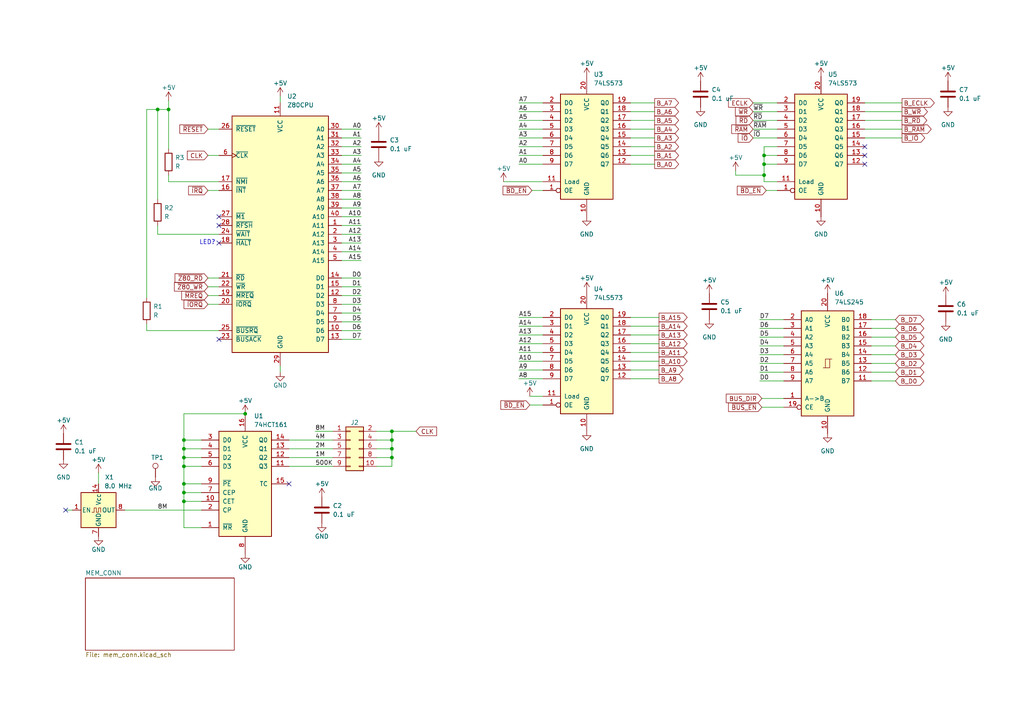
<source format=kicad_sch>
(kicad_sch (version 20211123) (generator eeschema)
  (paper "A4")
  (lib_symbols
    (symbol "74xx:74LS161" (pin_names (offset 1.016))
      (property "Reference" "U" (at -7.62 16.51 0))
      (property "Value" "74LS161" (at -7.62 -16.51 0))
      (symbol "74LS161_1_0"
        (pin input line (at -12.7 -12.7 0) (length 5.08) (name "~{MR}") (number "1"))
        (pin input line (at -12.7 -5.08 0) (length 5.08) (name "CET") (number "10"))
        (pin output line (at 12.7 5.08 180) (length 5.08) (name "Q3") (number "11"))
        (pin output line (at 12.7 7.62 180) (length 5.08) (name "Q2") (number "12"))
        (pin output line (at 12.7 10.16 180) (length 5.08) (name "Q1") (number "13"))
        (pin output line (at 12.7 12.7 180) (length 5.08) (name "Q0") (number "14"))
        (pin output line (at 12.7 0 180) (length 5.08) (name "TC") (number "15"))
        (pin power_in line (at 0 20.32 270) (length 5.08) (name "VCC") (number "16"))
        (pin input line (at -12.7 -7.62 0) (length 5.08) (name "CP") (number "2"))
        (pin input line (at -12.7 12.7 0) (length 5.08) (name "D0") (number "3"))
        (pin input line (at -12.7 10.16 0) (length 5.08) (name "D1") (number "4"))
        (pin input line (at -12.7 7.62 0) (length 5.08) (name "D2") (number "5"))
        (pin input line (at -12.7 5.08 0) (length 5.08) (name "D3") (number "6"))
        (pin input line (at -12.7 -2.54 0) (length 5.08) (name "CEP") (number "7"))
        (pin power_in line (at 0 -20.32 90) (length 5.08) (name "GND") (number "8"))
        (pin input line (at -12.7 0 0) (length 5.08) (name "~{PE}") (number "9"))
      )
      (symbol "74LS161_1_1"
        (rectangle (start -7.62 15.24) (end 7.62 -15.24) (stroke (width 0.254)) (fill (type background)))
      )
    )
    (symbol "74xx:74LS245" (pin_names (offset 1.016))
      (property "Reference" "U" (at -7.62 16.51 0))
      (property "Value" "74LS245" (at -7.62 -16.51 0))
      (symbol "74LS245_1_0"
        (polyline (pts (xy -0.635 -1.27) (xy -0.635 1.27) (xy 0.635 1.27)))
        (polyline (pts (xy -1.27 -1.27) (xy 0.635 -1.27) (xy 0.635 1.27) (xy 1.27 1.27)))
        (pin input line (at -12.7 -10.16 0) (length 5.08) (name "A->B") (number "1"))
        (pin power_in line (at 0 -20.32 90) (length 5.08) (name "GND") (number "10"))
        (pin tri_state line (at 12.7 -5.08 180) (length 5.08) (name "B7") (number "11"))
        (pin tri_state line (at 12.7 -2.54 180) (length 5.08) (name "B6") (number "12"))
        (pin tri_state line (at 12.7 0 180) (length 5.08) (name "B5") (number "13"))
        (pin tri_state line (at 12.7 2.54 180) (length 5.08) (name "B4") (number "14"))
        (pin tri_state line (at 12.7 5.08 180) (length 5.08) (name "B3") (number "15"))
        (pin tri_state line (at 12.7 7.62 180) (length 5.08) (name "B2") (number "16"))
        (pin tri_state line (at 12.7 10.16 180) (length 5.08) (name "B1") (number "17"))
        (pin tri_state line (at 12.7 12.7 180) (length 5.08) (name "B0") (number "18"))
        (pin input inverted (at -12.7 -12.7 0) (length 5.08) (name "CE") (number "19"))
        (pin tri_state line (at -12.7 12.7 0) (length 5.08) (name "A0") (number "2"))
        (pin power_in line (at 0 20.32 270) (length 5.08) (name "VCC") (number "20"))
        (pin tri_state line (at -12.7 10.16 0) (length 5.08) (name "A1") (number "3"))
        (pin tri_state line (at -12.7 7.62 0) (length 5.08) (name "A2") (number "4"))
        (pin tri_state line (at -12.7 5.08 0) (length 5.08) (name "A3") (number "5"))
        (pin tri_state line (at -12.7 2.54 0) (length 5.08) (name "A4") (number "6"))
        (pin tri_state line (at -12.7 0 0) (length 5.08) (name "A5") (number "7"))
        (pin tri_state line (at -12.7 -2.54 0) (length 5.08) (name "A6") (number "8"))
        (pin tri_state line (at -12.7 -5.08 0) (length 5.08) (name "A7") (number "9"))
      )
      (symbol "74LS245_1_1"
        (rectangle (start -7.62 15.24) (end 7.62 -15.24) (stroke (width 0.254)) (fill (type background)))
      )
    )
    (symbol "74xx:74LS573" (pin_names (offset 1.016))
      (property "Reference" "U" (at -7.62 16.51 0))
      (property "Value" "74LS573" (at -7.62 -16.51 0))
      (symbol "74LS573_1_0"
        (pin input inverted (at -12.7 -12.7 0) (length 5.08) (name "OE") (number "1"))
        (pin power_in line (at 0 -20.32 90) (length 5.08) (name "GND") (number "10"))
        (pin input line (at -12.7 -10.16 0) (length 5.08) (name "Load") (number "11"))
        (pin tri_state line (at 12.7 -5.08 180) (length 5.08) (name "Q7") (number "12"))
        (pin tri_state line (at 12.7 -2.54 180) (length 5.08) (name "Q6") (number "13"))
        (pin tri_state line (at 12.7 0 180) (length 5.08) (name "Q5") (number "14"))
        (pin tri_state line (at 12.7 2.54 180) (length 5.08) (name "Q4") (number "15"))
        (pin tri_state line (at 12.7 5.08 180) (length 5.08) (name "Q3") (number "16"))
        (pin tri_state line (at 12.7 7.62 180) (length 5.08) (name "Q2") (number "17"))
        (pin tri_state line (at 12.7 10.16 180) (length 5.08) (name "Q1") (number "18"))
        (pin tri_state line (at 12.7 12.7 180) (length 5.08) (name "Q0") (number "19"))
        (pin input line (at -12.7 12.7 0) (length 5.08) (name "D0") (number "2"))
        (pin power_in line (at 0 20.32 270) (length 5.08) (name "VCC") (number "20"))
        (pin input line (at -12.7 10.16 0) (length 5.08) (name "D1") (number "3"))
        (pin input line (at -12.7 7.62 0) (length 5.08) (name "D2") (number "4"))
        (pin input line (at -12.7 5.08 0) (length 5.08) (name "D3") (number "5"))
        (pin input line (at -12.7 2.54 0) (length 5.08) (name "D4") (number "6"))
        (pin input line (at -12.7 0 0) (length 5.08) (name "D5") (number "7"))
        (pin input line (at -12.7 -2.54 0) (length 5.08) (name "D6") (number "8"))
        (pin input line (at -12.7 -5.08 0) (length 5.08) (name "D7") (number "9"))
      )
      (symbol "74LS573_1_1"
        (rectangle (start -7.62 15.24) (end 7.62 -15.24) (stroke (width 0.254)) (fill (type background)))
      )
    )
    (symbol "CPU:Z80CPU" (pin_names (offset 1.016))
      (property "Reference" "U" (at -13.97 35.56 0))
      (property "Value" "Z80CPU" (at 6.35 35.56 0))
      (symbol "Z80CPU_0_1"
        (rectangle (start -13.97 34.29) (end 13.97 -34.29) (stroke (width 0.254)) (fill (type background)))
      )
      (symbol "Z80CPU_1_1"
        (pin output line (at 17.78 2.54 180) (length 3.81) (name "A11") (number "1"))
        (pin bidirectional line (at 17.78 -27.94 180) (length 3.81) (name "D6") (number "10"))
        (pin power_in line (at 0 38.1 270) (length 3.81) (name "VCC") (number "11"))
        (pin bidirectional line (at 17.78 -17.78 180) (length 3.81) (name "D2") (number "12"))
        (pin bidirectional line (at 17.78 -30.48 180) (length 3.81) (name "D7") (number "13"))
        (pin bidirectional line (at 17.78 -12.7 180) (length 3.81) (name "D0") (number "14"))
        (pin bidirectional line (at 17.78 -15.24 180) (length 3.81) (name "D1") (number "15"))
        (pin input line (at -17.78 12.7 0) (length 3.81) (name "~{INT}") (number "16"))
        (pin input line (at -17.78 15.24 0) (length 3.81) (name "~{NMI}") (number "17"))
        (pin output line (at -17.78 -2.54 0) (length 3.81) (name "~{HALT}") (number "18"))
        (pin output line (at -17.78 -17.78 0) (length 3.81) (name "~{MREQ}") (number "19"))
        (pin output line (at 17.78 0 180) (length 3.81) (name "A12") (number "2"))
        (pin output line (at -17.78 -20.32 0) (length 3.81) (name "~{IORQ}") (number "20"))
        (pin output line (at -17.78 -12.7 0) (length 3.81) (name "~{RD}") (number "21"))
        (pin output line (at -17.78 -15.24 0) (length 3.81) (name "~{WR}") (number "22"))
        (pin output line (at -17.78 -30.48 0) (length 3.81) (name "~{BUSACK}") (number "23"))
        (pin input line (at -17.78 0 0) (length 3.81) (name "~{WAIT}") (number "24"))
        (pin input line (at -17.78 -27.94 0) (length 3.81) (name "~{BUSRQ}") (number "25"))
        (pin input line (at -17.78 30.48 0) (length 3.81) (name "~{RESET}") (number "26"))
        (pin output line (at -17.78 5.08 0) (length 3.81) (name "~{M1}") (number "27"))
        (pin output line (at -17.78 2.54 0) (length 3.81) (name "~{RFSH}") (number "28"))
        (pin power_in line (at 0 -38.1 90) (length 3.81) (name "GND") (number "29"))
        (pin output line (at 17.78 -2.54 180) (length 3.81) (name "A13") (number "3"))
        (pin output line (at 17.78 30.48 180) (length 3.81) (name "A0") (number "30"))
        (pin output line (at 17.78 27.94 180) (length 3.81) (name "A1") (number "31"))
        (pin output line (at 17.78 25.4 180) (length 3.81) (name "A2") (number "32"))
        (pin output line (at 17.78 22.86 180) (length 3.81) (name "A3") (number "33"))
        (pin output line (at 17.78 20.32 180) (length 3.81) (name "A4") (number "34"))
        (pin output line (at 17.78 17.78 180) (length 3.81) (name "A5") (number "35"))
        (pin output line (at 17.78 15.24 180) (length 3.81) (name "A6") (number "36"))
        (pin output line (at 17.78 12.7 180) (length 3.81) (name "A7") (number "37"))
        (pin output line (at 17.78 10.16 180) (length 3.81) (name "A8") (number "38"))
        (pin output line (at 17.78 7.62 180) (length 3.81) (name "A9") (number "39"))
        (pin output line (at 17.78 -5.08 180) (length 3.81) (name "A14") (number "4"))
        (pin output line (at 17.78 5.08 180) (length 3.81) (name "A10") (number "40"))
        (pin output line (at 17.78 -7.62 180) (length 3.81) (name "A15") (number "5"))
        (pin input clock (at -17.78 22.86 0) (length 3.81) (name "~{CLK}") (number "6"))
        (pin bidirectional line (at 17.78 -22.86 180) (length 3.81) (name "D4") (number "7"))
        (pin bidirectional line (at 17.78 -20.32 180) (length 3.81) (name "D3") (number "8"))
        (pin bidirectional line (at 17.78 -25.4 180) (length 3.81) (name "D5") (number "9"))
      )
    )
    (symbol "Connector:TestPoint" (pin_numbers hide) (pin_names (offset 0.762) hide)
      (property "Reference" "TP" (at 0 6.858 0))
      (property "Value" "TestPoint" (at 0 5.08 0))
      (symbol "TestPoint_0_1"
        (circle (center 0 3.302) (radius 0.762))
      )
      (symbol "TestPoint_1_1"
        (pin passive line (at 0 0 90) (length 2.54) (name "1") (number "1"))
      )
    )
    (symbol "Connector_Generic:Conn_02x05_Odd_Even" (pin_names (offset 1.016) hide)
      (property "Reference" "J" (at 1.27 7.62 0))
      (property "Value" "Conn_02x05_Odd_Even" (at 1.27 -7.62 0))
      (symbol "Conn_02x05_Odd_Even_1_1"
        (rectangle (start -1.27 -4.953) (end 0 -5.207) (stroke (width 0.1524)))
        (rectangle (start -1.27 -2.413) (end 0 -2.667) (stroke (width 0.1524)))
        (rectangle (start -1.27 0.127) (end 0 -0.127) (stroke (width 0.1524)))
        (rectangle (start -1.27 2.667) (end 0 2.413) (stroke (width 0.1524)))
        (rectangle (start -1.27 5.207) (end 0 4.953) (stroke (width 0.1524)))
        (rectangle (start -1.27 6.35) (end 3.81 -6.35) (stroke (width 0.254)) (fill (type background)))
        (rectangle (start 3.81 -4.953) (end 2.54 -5.207) (stroke (width 0.1524)))
        (rectangle (start 3.81 -2.413) (end 2.54 -2.667) (stroke (width 0.1524)))
        (rectangle (start 3.81 0.127) (end 2.54 -0.127) (stroke (width 0.1524)))
        (rectangle (start 3.81 2.667) (end 2.54 2.413) (stroke (width 0.1524)))
        (rectangle (start 3.81 5.207) (end 2.54 4.953) (stroke (width 0.1524)))
        (pin passive line (at -5.08 5.08 0) (length 3.81) (name "Pin_1") (number "1"))
        (pin passive line (at 7.62 -5.08 180) (length 3.81) (name "Pin_10") (number "10"))
        (pin passive line (at 7.62 5.08 180) (length 3.81) (name "Pin_2") (number "2"))
        (pin passive line (at -5.08 2.54 0) (length 3.81) (name "Pin_3") (number "3"))
        (pin passive line (at 7.62 2.54 180) (length 3.81) (name "Pin_4") (number "4"))
        (pin passive line (at -5.08 0 0) (length 3.81) (name "Pin_5") (number "5"))
        (pin passive line (at 7.62 0 180) (length 3.81) (name "Pin_6") (number "6"))
        (pin passive line (at -5.08 -2.54 0) (length 3.81) (name "Pin_7") (number "7"))
        (pin passive line (at 7.62 -2.54 180) (length 3.81) (name "Pin_8") (number "8"))
        (pin passive line (at -5.08 -5.08 0) (length 3.81) (name "Pin_9") (number "9"))
      )
    )
    (symbol "Device:C" (pin_numbers hide) (pin_names (offset 0.254))
      (property "Reference" "C" (at 0.635 2.54 0))
      (property "Value" "C" (at 0.635 -2.54 0))
      (symbol "C_0_1"
        (polyline (pts (xy -2.032 -0.762) (xy 2.032 -0.762)) (stroke (width 0.508)))
        (polyline (pts (xy -2.032 0.762) (xy 2.032 0.762)) (stroke (width 0.508)))
      )
      (symbol "C_1_1"
        (pin passive line (at 0 3.81 270) (length 2.794) (name "~") (number "1"))
        (pin passive line (at 0 -3.81 90) (length 2.794) (name "~") (number "2"))
      )
    )
    (symbol "Device:R" (pin_numbers hide) (pin_names (offset 0))
      (property "Reference" "R" (at 2.032 0 90))
      (property "Value" "R" (at 0 0 90))
      (symbol "R_0_1"
        (rectangle (start -1.016 -2.54) (end 1.016 2.54) (stroke (width 0.254)))
      )
      (symbol "R_1_1"
        (pin passive line (at 0 3.81 270) (length 1.27) (name "~") (number "1"))
        (pin passive line (at 0 -3.81 90) (length 1.27) (name "~") (number "2"))
      )
    )
    (symbol "Oscillator:GTXO-14T" (pin_names (offset 0.254))
      (property "Reference" "X" (at -5.08 6.35 0))
      (property "Value" "GTXO-14T" (at 1.27 -6.35 0))
      (symbol "GTXO-14T_0_1"
        (rectangle (start -5.08 5.08) (end 5.08 -5.08) (stroke (width 0.254)) (fill (type background)))
        (polyline (pts (xy -1.905 -0.635) (xy -1.27 -0.635) (xy -1.27 0.635) (xy -0.635 0.635) (xy -0.635 -0.635) (xy 0 -0.635) (xy 0 0.635) (xy 0.635 0.635) (xy 0.635 -0.635)))
      )
      (symbol "GTXO-14T_1_1"
        (pin input line (at -7.62 0 0) (length 2.54) (name "EN") (number "1"))
        (pin power_in line (at 0 7.62 270) (length 2.54) (name "Vcc") (number "14"))
        (pin power_in line (at 0 -7.62 90) (length 2.54) (name "GND") (number "7"))
        (pin output line (at 7.62 0 180) (length 2.54) (name "OUT") (number "8"))
      )
    )
    (symbol "power:+5V" (power) (pin_names (offset 0))
      (property "Value" "+5V" (at 0 3.556 0))
      (symbol "+5V_0_1"
        (polyline (pts (xy -0.762 1.27) (xy 0 2.54)))
        (polyline (pts (xy 0 0) (xy 0 2.54)))
        (polyline (pts (xy 0 2.54) (xy 0.762 1.27)))
      )
      (symbol "+5V_1_1"
        (pin power_in line (at 0 0 90) (length 0) hide (name "+5V") (number "1"))
      )
    )
    (symbol "power:GND" (power) (pin_names (offset 0))
      (property "Value" "GND" (at 0 -3.81 0))
      (symbol "GND_0_1"
        (polyline (pts (xy 0 0) (xy 0 -1.27) (xy 1.27 -1.27) (xy 0 -2.54) (xy -1.27 -1.27) (xy 0 -1.27)))
      )
      (symbol "GND_1_1"
        (pin power_in line (at 0 0 270) (length 0) hide (name "GND") (number "1"))
      )
    )
  )
  (junction (at 53.34 132.715))
  (junction (at 53.34 127.635))
  (junction (at 221.615 47.625))
  (junction (at 53.34 140.335))
  (junction (at 221.615 45.085))
  (junction (at 53.34 135.255))
  (junction (at 113.665 125.095))
  (junction (at 221.615 50.8))
  (junction (at 48.895 31.75))
  (junction (at 53.34 142.875))
  (junction (at 71.12 120.015))
  (junction (at 113.665 127.635))
  (junction (at 53.34 130.175))
  (junction (at 53.34 145.415))
  (junction (at 113.665 130.175))
  (junction (at 113.665 132.715))
  (junction (at 45.72 31.75))
  (no_connect (at 63.5 98.425))
  (no_connect (at 250.825 47.625))
  (no_connect (at 250.825 42.545))
  (no_connect (at 250.825 45.085))
  (no_connect (at 19.05 147.955))
  (no_connect (at 63.5 70.485))
  (no_connect (at 83.82 140.335))
  (no_connect (at 63.5 62.865))
  (no_connect (at 63.5 65.405))
  (wire (pts (xy 99.06 93.345) (xy 104.775 93.345)))
  (wire (pts (xy 42.545 95.885) (xy 42.545 93.98)))
  (wire (pts (xy 91.44 125.095) (xy 96.52 125.095)))
  (wire (pts (xy 218.44 29.845) (xy 225.425 29.845)))
  (wire (pts (xy 250.825 34.925) (xy 261.62 34.925)))
  (wire (pts (xy 99.06 57.785) (xy 104.775 57.785)))
  (wire (pts (xy 150.495 45.085) (xy 157.48 45.085)))
  (wire (pts (xy 213.36 50.8) (xy 221.615 50.8)))
  (wire (pts (xy 220.98 115.57) (xy 227.33 115.57)))
  (wire (pts (xy 221.615 47.625) (xy 221.615 50.8)))
  (wire (pts (xy 60.325 85.725) (xy 63.5 85.725)))
  (wire (pts (xy 113.665 125.095) (xy 120.65 125.095)))
  (wire (pts (xy 182.88 32.385) (xy 189.865 32.385)))
  (wire (pts (xy 63.5 52.705) (xy 48.895 52.705)))
  (wire (pts (xy 42.545 86.36) (xy 42.545 31.75)))
  (wire (pts (xy 221.615 42.545) (xy 221.615 45.085)))
  (wire (pts (xy 42.545 95.885) (xy 63.5 95.885)))
  (wire (pts (xy 221.615 47.625) (xy 225.425 47.625)))
  (wire (pts (xy 81.28 27.94) (xy 81.28 29.845)))
  (wire (pts (xy 19.05 147.955) (xy 20.955 147.955)))
  (wire (pts (xy 42.545 31.75) (xy 45.72 31.75)))
  (wire (pts (xy 109.22 130.175) (xy 113.665 130.175)))
  (wire (pts (xy 182.88 99.695) (xy 191.135 99.695)))
  (wire (pts (xy 96.52 127.635) (xy 83.82 127.635)))
  (wire (pts (xy 113.665 132.715) (xy 113.665 135.255)))
  (wire (pts (xy 150.495 92.075) (xy 157.48 92.075)))
  (wire (pts (xy 218.44 37.465) (xy 225.425 37.465)))
  (wire (pts (xy 250.825 32.385) (xy 261.62 32.385)))
  (wire (pts (xy 99.06 83.185) (xy 104.775 83.185)))
  (wire (pts (xy 150.495 99.695) (xy 157.48 99.695)))
  (wire (pts (xy 221.615 50.8) (xy 221.615 52.705)))
  (wire (pts (xy 220.345 105.41) (xy 227.33 105.41)))
  (wire (pts (xy 99.06 88.265) (xy 104.775 88.265)))
  (wire (pts (xy 53.34 130.175) (xy 53.34 132.715)))
  (wire (pts (xy 220.345 92.71) (xy 227.33 92.71)))
  (wire (pts (xy 58.42 145.415) (xy 53.34 145.415)))
  (wire (pts (xy 53.34 140.335) (xy 53.34 142.875)))
  (wire (pts (xy 99.06 67.945) (xy 104.775 67.945)))
  (wire (pts (xy 150.495 29.845) (xy 157.48 29.845)))
  (wire (pts (xy 60.325 45.085) (xy 63.5 45.085)))
  (wire (pts (xy 252.73 107.95) (xy 259.715 107.95)))
  (wire (pts (xy 53.34 132.715) (xy 53.34 135.255)))
  (wire (pts (xy 220.345 110.49) (xy 227.33 110.49)))
  (wire (pts (xy 109.22 132.715) (xy 113.665 132.715)))
  (wire (pts (xy 150.495 34.925) (xy 157.48 34.925)))
  (wire (pts (xy 252.73 110.49) (xy 259.715 110.49)))
  (wire (pts (xy 99.06 55.245) (xy 104.775 55.245)))
  (wire (pts (xy 153.67 117.475) (xy 157.48 117.475)))
  (wire (pts (xy 48.895 50.8) (xy 48.895 52.705)))
  (wire (pts (xy 28.575 137.16) (xy 28.575 140.335)))
  (wire (pts (xy 150.495 107.315) (xy 157.48 107.315)))
  (wire (pts (xy 218.44 34.925) (xy 225.425 34.925)))
  (wire (pts (xy 225.425 45.085) (xy 221.615 45.085)))
  (wire (pts (xy 60.325 88.265) (xy 63.5 88.265)))
  (wire (pts (xy 63.5 67.945) (xy 45.72 67.945)))
  (wire (pts (xy 150.495 42.545) (xy 157.48 42.545)))
  (wire (pts (xy 220.98 118.11) (xy 227.33 118.11)))
  (wire (pts (xy 150.495 102.235) (xy 157.48 102.235)))
  (wire (pts (xy 220.345 100.33) (xy 227.33 100.33)))
  (wire (pts (xy 220.345 97.79) (xy 227.33 97.79)))
  (wire (pts (xy 53.34 145.415) (xy 53.34 153.035)))
  (wire (pts (xy 150.495 37.465) (xy 157.48 37.465)))
  (wire (pts (xy 99.06 85.725) (xy 104.775 85.725)))
  (wire (pts (xy 150.495 97.155) (xy 157.48 97.155)))
  (wire (pts (xy 53.34 142.875) (xy 53.34 145.415)))
  (wire (pts (xy 252.73 97.79) (xy 259.715 97.79)))
  (wire (pts (xy 182.88 47.625) (xy 189.865 47.625)))
  (wire (pts (xy 53.34 127.635) (xy 53.34 130.175)))
  (wire (pts (xy 99.06 90.805) (xy 104.775 90.805)))
  (wire (pts (xy 96.52 130.175) (xy 83.82 130.175)))
  (wire (pts (xy 218.44 32.385) (xy 225.425 32.385)))
  (wire (pts (xy 252.73 92.71) (xy 259.715 92.71)))
  (wire (pts (xy 58.42 130.175) (xy 53.34 130.175)))
  (wire (pts (xy 99.06 73.025) (xy 104.775 73.025)))
  (wire (pts (xy 45.72 31.75) (xy 48.895 31.75)))
  (wire (pts (xy 182.88 104.775) (xy 191.135 104.775)))
  (wire (pts (xy 60.325 55.245) (xy 63.5 55.245)))
  (wire (pts (xy 99.06 60.325) (xy 104.775 60.325)))
  (wire (pts (xy 252.73 100.33) (xy 259.715 100.33)))
  (wire (pts (xy 58.42 127.635) (xy 53.34 127.635)))
  (wire (pts (xy 221.615 45.085) (xy 221.615 47.625)))
  (wire (pts (xy 150.495 109.855) (xy 157.48 109.855)))
  (wire (pts (xy 150.495 104.775) (xy 157.48 104.775)))
  (wire (pts (xy 99.06 62.865) (xy 104.775 62.865)))
  (wire (pts (xy 250.825 40.005) (xy 261.62 40.005)))
  (wire (pts (xy 113.665 127.635) (xy 113.665 130.175)))
  (wire (pts (xy 182.88 42.545) (xy 189.865 42.545)))
  (wire (pts (xy 99.06 70.485) (xy 104.775 70.485)))
  (wire (pts (xy 99.06 47.625) (xy 104.775 47.625)))
  (wire (pts (xy 225.425 42.545) (xy 221.615 42.545)))
  (wire (pts (xy 96.52 132.715) (xy 83.82 132.715)))
  (wire (pts (xy 45.72 31.75) (xy 45.72 57.785)))
  (wire (pts (xy 218.44 40.005) (xy 225.425 40.005)))
  (wire (pts (xy 150.495 32.385) (xy 157.48 32.385)))
  (wire (pts (xy 150.495 47.625) (xy 157.48 47.625)))
  (wire (pts (xy 48.895 31.75) (xy 48.895 43.18)))
  (wire (pts (xy 99.06 42.545) (xy 104.775 42.545)))
  (wire (pts (xy 99.06 80.645) (xy 104.775 80.645)))
  (wire (pts (xy 250.825 37.465) (xy 261.62 37.465)))
  (wire (pts (xy 109.22 135.255) (xy 113.665 135.255)))
  (wire (pts (xy 53.34 135.255) (xy 53.34 140.335)))
  (wire (pts (xy 99.06 45.085) (xy 104.775 45.085)))
  (wire (pts (xy 150.495 94.615) (xy 157.48 94.615)))
  (wire (pts (xy 182.88 107.315) (xy 191.135 107.315)))
  (wire (pts (xy 182.88 94.615) (xy 191.135 94.615)))
  (wire (pts (xy 99.06 65.405) (xy 104.775 65.405)))
  (wire (pts (xy 182.88 37.465) (xy 189.865 37.465)))
  (wire (pts (xy 99.06 98.425) (xy 104.775 98.425)))
  (wire (pts (xy 81.28 106.045) (xy 81.28 107.95)))
  (wire (pts (xy 58.42 142.875) (xy 53.34 142.875)))
  (wire (pts (xy 99.06 95.885) (xy 104.775 95.885)))
  (wire (pts (xy 146.05 52.705) (xy 157.48 52.705)))
  (wire (pts (xy 182.88 109.855) (xy 191.135 109.855)))
  (wire (pts (xy 182.88 29.845) (xy 189.865 29.845)))
  (wire (pts (xy 182.88 45.085) (xy 189.865 45.085)))
  (wire (pts (xy 99.06 40.005) (xy 104.775 40.005)))
  (wire (pts (xy 53.34 120.015) (xy 53.34 127.635)))
  (wire (pts (xy 99.06 50.165) (xy 104.775 50.165)))
  (wire (pts (xy 53.34 135.255) (xy 58.42 135.255)))
  (wire (pts (xy 153.67 114.935) (xy 157.48 114.935)))
  (wire (pts (xy 60.325 37.465) (xy 63.5 37.465)))
  (wire (pts (xy 113.665 130.175) (xy 113.665 132.715)))
  (wire (pts (xy 53.34 120.015) (xy 71.12 120.015)))
  (wire (pts (xy 109.22 125.095) (xy 113.665 125.095)))
  (wire (pts (xy 154.305 55.245) (xy 157.48 55.245)))
  (wire (pts (xy 222.25 55.245) (xy 225.425 55.245)))
  (wire (pts (xy 99.06 52.705) (xy 104.775 52.705)))
  (wire (pts (xy 252.73 102.87) (xy 259.715 102.87)))
  (wire (pts (xy 221.615 52.705) (xy 225.425 52.705)))
  (wire (pts (xy 252.73 95.25) (xy 259.715 95.25)))
  (wire (pts (xy 182.88 34.925) (xy 189.865 34.925)))
  (wire (pts (xy 182.88 97.155) (xy 191.135 97.155)))
  (wire (pts (xy 213.36 49.53) (xy 213.36 50.8)))
  (wire (pts (xy 220.345 95.25) (xy 227.33 95.25)))
  (wire (pts (xy 220.345 102.87) (xy 227.33 102.87)))
  (wire (pts (xy 36.195 147.955) (xy 58.42 147.955)))
  (wire (pts (xy 99.06 75.565) (xy 104.775 75.565)))
  (wire (pts (xy 96.52 135.255) (xy 83.82 135.255)))
  (wire (pts (xy 220.345 107.95) (xy 227.33 107.95)))
  (wire (pts (xy 113.665 125.095) (xy 113.665 127.635)))
  (wire (pts (xy 252.73 105.41) (xy 259.715 105.41)))
  (wire (pts (xy 109.22 127.635) (xy 113.665 127.635)))
  (wire (pts (xy 182.88 102.235) (xy 191.135 102.235)))
  (wire (pts (xy 58.42 140.335) (xy 53.34 140.335)))
  (wire (pts (xy 45.72 65.405) (xy 45.72 67.945)))
  (wire (pts (xy 60.325 83.185) (xy 63.5 83.185)))
  (wire (pts (xy 150.495 40.005) (xy 157.48 40.005)))
  (wire (pts (xy 250.825 29.845) (xy 261.62 29.845)))
  (wire (pts (xy 99.06 37.465) (xy 104.775 37.465)))
  (wire (pts (xy 60.325 80.645) (xy 63.5 80.645)))
  (wire (pts (xy 48.895 29.21) (xy 48.895 31.75)))
  (wire (pts (xy 53.34 132.715) (xy 58.42 132.715)))
  (wire (pts (xy 182.88 92.075) (xy 191.135 92.075)))
  (wire (pts (xy 58.42 153.035) (xy 53.34 153.035)))
  (wire (pts (xy 182.88 40.005) (xy 189.865 40.005)))
  (text "LED?" (at 57.785 71.12 0) (effects (font (size 1.27 1.27)) (justify left bottom)))
  (label "A1" (at 150.495 45.085 0))
  (label "D5" (at 220.345 97.79 0))
  (label "1M" (at 91.44 132.715 0))
  (label "A8" (at 150.495 109.855 0))
  (label "A9" (at 150.495 107.315 0))
  (label "~{IO}" (at 218.44 40.005 0))
  (label "D0" (at 104.775 80.645 180))
  (label "A3" (at 150.495 40.005 0))
  (label "A2" (at 104.775 42.545 180))
  (label "A13" (at 104.775 70.485 180))
  (label "A5" (at 150.495 34.925 0))
  (label "D4" (at 220.345 100.33 0))
  (label "A6" (at 104.775 52.705 180))
  (label "A12" (at 150.495 99.695 0))
  (label "A0" (at 150.495 47.625 0))
  (label "A4" (at 150.495 37.465 0))
  (label "A10" (at 150.495 104.775 0))
  (label "~{RD}" (at 218.44 34.925 0))
  (label "D5" (at 104.775 93.345 180))
  (label "A11" (at 104.775 65.405 180))
  (label "D2" (at 220.345 105.41 0))
  (label "A2" (at 150.495 42.545 0))
  (label "A12" (at 104.775 67.945 180))
  (label "D7" (at 220.345 92.71 0))
  (label "D4" (at 104.775 90.805 180))
  (label "D6" (at 104.775 95.885 180))
  (label "A10" (at 104.775 62.865 180))
  (label "A4" (at 104.775 47.625 180))
  (label "A7" (at 104.775 55.245 180))
  (label "A0" (at 104.775 37.465 180))
  (label "A7" (at 150.495 29.845 0))
  (label "500K" (at 91.44 135.255 0))
  (label "D2" (at 104.775 85.725 180))
  (label "A13" (at 150.495 97.155 0))
  (label "2M" (at 91.44 130.175 0))
  (label "A1" (at 104.775 40.005 180))
  (label "D3" (at 104.775 88.265 180))
  (label "D3" (at 220.345 102.87 0))
  (label "A3" (at 104.775 45.085 180))
  (label "A11" (at 150.495 102.235 0))
  (label "D6" (at 220.345 95.25 0))
  (label "A8" (at 104.775 57.785 180))
  (label "D7" (at 104.775 98.425 180))
  (label "~{WR}" (at 218.44 32.385 0))
  (label "A9" (at 104.775 60.325 180))
  (label "D1" (at 104.775 83.185 180))
  (label "A15" (at 150.495 92.075 0))
  (label "8M" (at 45.72 147.955 0))
  (label "~{RAM}" (at 218.44 37.465 0))
  (label "A5" (at 104.775 50.165 180))
  (label "A6" (at 150.495 32.385 0))
  (label "D1" (at 220.345 107.95 0))
  (label "D0" (at 220.345 110.49 0))
  (label "8M" (at 91.44 125.095 0))
  (label "A14" (at 104.775 73.025 180))
  (label "A15" (at 104.775 75.565 180))
  (label "4M" (at 91.44 127.635 0))
  (label "A14" (at 150.495 94.615 0))
  (global_label "~{B_IO}" (shape output) (at 261.62 40.005 0) (property "Intersheet References" "${INTERSHEET_REFS}" (effects hide)))
  (global_label "B_A6" (shape output) (at 189.865 32.385 0) (property "Intersheet References" "${INTERSHEET_REFS}" (effects hide)))
  (global_label "~{RD}" (shape input) (at 218.44 34.925 180) (property "Intersheet References" "${INTERSHEET_REFS}" (effects hide)))
  (global_label "B_A3" (shape output) (at 189.865 40.005 0) (property "Intersheet References" "${INTERSHEET_REFS}" (effects hide)))
  (global_label "~{BD_EN}" (shape input) (at 222.25 55.245 180) (property "Intersheet References" "${INTERSHEET_REFS}" (effects hide)))
  (global_label "CLK" (shape input) (at 60.325 45.085 180) (property "Intersheet References" "${INTERSHEET_REFS}" (effects hide)))
  (global_label "B_A7" (shape output) (at 189.865 29.845 0) (property "Intersheet References" "${INTERSHEET_REFS}" (effects hide)))
  (global_label "BUS_DIR" (shape input) (at 220.98 115.57 180) (property "Intersheet References" "${INTERSHEET_REFS}" (effects hide)))
  (global_label "~{WR}" (shape input) (at 218.44 32.385 180) (property "Intersheet References" "${INTERSHEET_REFS}" (effects hide)))
  (global_label "B_D5" (shape bidirectional) (at 259.715 97.79 0) (property "Intersheet References" "${INTERSHEET_REFS}" (effects hide)))
  (global_label "~{RESET}" (shape input) (at 60.325 37.465 180) (property "Intersheet References" "${INTERSHEET_REFS}" (effects hide)))
  (global_label "ECLK" (shape input) (at 218.44 29.845 180) (property "Intersheet References" "${INTERSHEET_REFS}" (effects hide)))
  (global_label "B_D2" (shape bidirectional) (at 259.715 105.41 0) (property "Intersheet References" "${INTERSHEET_REFS}" (effects hide)))
  (global_label "~{B_RD}" (shape output) (at 261.62 34.925 0) (property "Intersheet References" "${INTERSHEET_REFS}" (effects hide)))
  (global_label "~{MREQ}" (shape input) (at 60.325 85.725 180) (property "Intersheet References" "${INTERSHEET_REFS}" (effects hide)))
  (global_label "~{Z80_RD}" (shape input) (at 60.325 80.645 180) (property "Intersheet References" "${INTERSHEET_REFS}" (effects hide)))
  (global_label "B_A9" (shape output) (at 191.135 107.315 0) (property "Intersheet References" "${INTERSHEET_REFS}" (effects hide)))
  (global_label "B_A5" (shape output) (at 189.865 34.925 0) (property "Intersheet References" "${INTERSHEET_REFS}" (effects hide)))
  (global_label "B_D1" (shape bidirectional) (at 259.715 107.95 0) (property "Intersheet References" "${INTERSHEET_REFS}" (effects hide)))
  (global_label "B_A4" (shape output) (at 189.865 37.465 0) (property "Intersheet References" "${INTERSHEET_REFS}" (effects hide)))
  (global_label "~{Z80_WR}" (shape input) (at 60.325 83.185 180) (property "Intersheet References" "${INTERSHEET_REFS}" (effects hide)))
  (global_label "B_A12" (shape output) (at 191.135 99.695 0) (property "Intersheet References" "${INTERSHEET_REFS}" (effects hide)))
  (global_label "B_D6" (shape bidirectional) (at 259.715 95.25 0) (property "Intersheet References" "${INTERSHEET_REFS}" (effects hide)))
  (global_label "B_D4" (shape bidirectional) (at 259.715 100.33 0) (property "Intersheet References" "${INTERSHEET_REFS}" (effects hide)))
  (global_label "~{B_RAM}" (shape output) (at 261.62 37.465 0) (property "Intersheet References" "${INTERSHEET_REFS}" (effects hide)))
  (global_label "~{B_WR}" (shape output) (at 261.62 32.385 0) (property "Intersheet References" "${INTERSHEET_REFS}" (effects hide)))
  (global_label "B_A8" (shape output) (at 191.135 109.855 0) (property "Intersheet References" "${INTERSHEET_REFS}" (effects hide)))
  (global_label "~{BD_EN}" (shape input) (at 154.305 55.245 180) (property "Intersheet References" "${INTERSHEET_REFS}" (effects hide)))
  (global_label "B_D3" (shape bidirectional) (at 259.715 102.87 0) (property "Intersheet References" "${INTERSHEET_REFS}" (effects hide)))
  (global_label "~{BD_EN}" (shape input) (at 153.67 117.475 180) (property "Intersheet References" "${INTERSHEET_REFS}" (effects hide)))
  (global_label "~{RAM}" (shape input) (at 218.44 37.465 180) (property "Intersheet References" "${INTERSHEET_REFS}" (effects hide)))
  (global_label "B_D7" (shape bidirectional) (at 259.715 92.71 0) (property "Intersheet References" "${INTERSHEET_REFS}" (effects hide)))
  (global_label "B_A10" (shape output) (at 191.135 104.775 0) (property "Intersheet References" "${INTERSHEET_REFS}" (effects hide)))
  (global_label "~{IRQ}" (shape input) (at 60.325 55.245 180) (property "Intersheet References" "${INTERSHEET_REFS}" (effects hide)))
  (global_label "~{IORQ}" (shape input) (at 60.325 88.265 180) (property "Intersheet References" "${INTERSHEET_REFS}" (effects hide)))
  (global_label "B_ECLK" (shape output) (at 261.62 29.845 0) (property "Intersheet References" "${INTERSHEET_REFS}" (effects hide)))
  (global_label "~{BUS_EN}" (shape input) (at 220.98 118.11 180) (property "Intersheet References" "${INTERSHEET_REFS}" (effects hide)))
  (global_label "B_A13" (shape output) (at 191.135 97.155 0) (property "Intersheet References" "${INTERSHEET_REFS}" (effects hide)))
  (global_label "~{IO}" (shape input) (at 218.44 40.005 180) (property "Intersheet References" "${INTERSHEET_REFS}" (effects hide)))
  (global_label "B_A15" (shape output) (at 191.135 92.075 0) (property "Intersheet References" "${INTERSHEET_REFS}" (effects hide)))
  (global_label "B_A0" (shape output) (at 189.865 47.625 0) (property "Intersheet References" "${INTERSHEET_REFS}" (effects hide)))
  (global_label "B_D0" (shape bidirectional) (at 259.715 110.49 0) (property "Intersheet References" "${INTERSHEET_REFS}" (effects hide)))
  (global_label "B_A11" (shape output) (at 191.135 102.235 0) (property "Intersheet References" "${INTERSHEET_REFS}" (effects hide)))
  (global_label "CLK" (shape input) (at 120.65 125.095 0) (property "Intersheet References" "${INTERSHEET_REFS}" (effects hide)))
  (global_label "B_A2" (shape output) (at 189.865 42.545 0) (property "Intersheet References" "${INTERSHEET_REFS}" (effects hide)))
  (global_label "B_A1" (shape output) (at 189.865 45.085 0) (property "Intersheet References" "${INTERSHEET_REFS}" (effects hide)))
  (global_label "B_A14" (shape output) (at 191.135 94.615 0) (property "Intersheet References" "${INTERSHEET_REFS}" (effects hide)))
  (symbol (lib_id "power:+5V") (at 274.32 85.725 0) (unit 1)
    (property "Reference" "#PWR031" (effects hide))
    (property "Value" "+5V" (at 274.32 81.915 0))
  )
  (symbol (lib_id "power:+5V") (at 81.28 27.94 0) (unit 1)
    (property "Reference" "#PWR06" (effects hide))
    (property "Value" "+5V" (at 81.28 24.13 0))
  )
  (symbol (lib_id "Oscillator:GTXO-14T") (at 28.575 147.955 0) (unit 1)
    (property "Reference" "X1" (at 31.75 138.43 0))
    (property "Value" "8.0 MHz" (at 34.29 140.97 0))
    (property "Footprint" "Oscillator:Oscillator_DIP-14" (effects hide))
    (property "Datasheet" "http://www.golledge.com/pdf/products/tcxos/gtxo14.pdf" (effects hide))
  )
  (symbol (lib_id "Device:R") (at 42.545 90.17 0) (unit 1)
    (property "Reference" "R1" (at 44.45 88.8999 0) (effects (justify left)))
    (property "Value" "R" (at 44.45 91.4399 0) (effects (justify left)))
    (property "Footprint" "Resistor_THT:R_Axial_DIN0207_L6.3mm_D2.5mm_P10.16mm_Horizontal" (effects hide))
  )
  (symbol (lib_id "power:GND") (at 28.575 155.575 0) (unit 1)
    (property "Reference" "#PWR05" (effects hide))
    (property "Value" "GND" (at 28.575 159.385 0))
  )
  (symbol (lib_id "Connector_Generic:Conn_02x05_Odd_Even") (at 101.6 130.175 0) (unit 1)
    (property "Reference" "J2" (at 102.87 122.555 0))
    (property "Value" "Conn_02x05_Odd_Even" (effects hide))
    (property "Footprint" "Connector_PinHeader_2.54mm:PinHeader_2x05_P2.54mm_Vertical" (effects hide))
  )
  (symbol (lib_id "74xx:74LS161") (at 71.12 140.335 0) (unit 1)
    (property "Reference" "U1" (at 73.66 120.65 0) (effects (justify left)))
    (property "Value" "74HCT161" (at 73.66 123.19 0) (effects (justify left)))
    (property "Footprint" "Package_DIP:DIP-16_W7.62mm" (effects hide))
    (property "Datasheet" "http://www.ti.com/lit/gpn/sn74LS161" (effects hide))
  )
  (symbol (lib_id "power:GND") (at 238.125 62.865 0) (unit 1)
    (property "Reference" "#PWR028" (effects hide))
    (property "Value" "GND" (at 238.125 67.945 0))
  )
  (symbol (lib_id "Device:C") (at 203.2 27.305 0) (unit 1)
    (property "Reference" "C4" (at 206.375 26.0349 0) (effects (justify left)))
    (property "Value" "0.1 uF" (at 206.375 28.5749 0) (effects (justify left)))
    (property "Footprint" "Capacitor_THT:C_Rect_L7.2mm_W3.0mm_P5.00mm_FKS2_FKP2_MKS2_MKP2" (effects hide))
  )
  (symbol (lib_id "power:GND") (at 93.345 151.765 0) (unit 1)
    (property "Reference" "#PWR013" (effects hide))
    (property "Value" "GND" (at 93.345 155.575 0))
  )
  (symbol (lib_id "power:+5V") (at 93.345 144.145 0) (unit 1)
    (property "Reference" "#PWR012" (effects hide))
    (property "Value" "+5V" (at 93.345 140.335 0))
  )
  (symbol (lib_id "Device:C") (at 274.32 89.535 0) (unit 1)
    (property "Reference" "C6" (at 277.495 88.2649 0) (effects (justify left)))
    (property "Value" "0.1 uF" (at 277.495 90.8049 0) (effects (justify left)))
    (property "Footprint" "Capacitor_THT:C_Rect_L7.2mm_W3.0mm_P5.00mm_FKS2_FKP2_MKS2_MKP2" (effects hide))
  )
  (symbol (lib_id "power:GND") (at 109.855 45.72 0) (unit 1)
    (property "Reference" "#PWR015" (effects hide))
    (property "Value" "GND" (at 109.855 50.8 0))
  )
  (symbol (lib_id "Device:C") (at 205.74 88.9 0) (unit 1)
    (property "Reference" "C5" (at 208.915 87.6299 0) (effects (justify left)))
    (property "Value" "0.1 uF" (at 208.915 90.1699 0) (effects (justify left)))
    (property "Footprint" "Capacitor_THT:C_Rect_L7.2mm_W3.0mm_P5.00mm_FKS2_FKP2_MKS2_MKP2" (effects hide))
  )
  (symbol (lib_id "power:GND") (at 203.2 31.115 0) (unit 1)
    (property "Reference" "#PWR023" (effects hide))
    (property "Value" "GND" (at 203.2 36.195 0))
  )
  (symbol (lib_id "power:+5V") (at 213.36 49.53 0) (unit 1)
    (property "Reference" "#PWR026" (effects hide))
    (property "Value" "+5V" (at 213.36 45.72 0))
  )
  (symbol (lib_id "CPU:Z80CPU") (at 81.28 67.945 0) (unit 1)
    (property "Reference" "U2" (at 83.2994 27.94 0) (effects (justify left)))
    (property "Value" "Z80CPU" (at 83.2994 30.48 0) (effects (justify left)))
    (property "Footprint" "Package_DIP:DIP-40_W15.24mm" (effects hide))
    (property "Datasheet" "www.zilog.com/manage_directlink.php?filepath=docs/z80/um0080" (effects hide))
  )
  (symbol (lib_id "power:GND") (at 274.955 31.115 0) (unit 1)
    (property "Reference" "#PWR034" (effects hide))
    (property "Value" "GND" (at 274.955 36.195 0))
  )
  (symbol (lib_id "power:GND") (at 81.28 107.95 0) (unit 1)
    (property "Reference" "#PWR07" (effects hide))
    (property "Value" "GND" (at 81.28 111.76 0))
  )
  (symbol (lib_id "power:+5V") (at 71.12 120.015 0) (unit 1)
    (property "Reference" "#PWR08" (effects hide))
    (property "Value" "+5V" (at 71.12 116.205 0))
  )
  (symbol (lib_id "power:GND") (at 240.03 125.73 0) (unit 1)
    (property "Reference" "#PWR030" (effects hide))
    (property "Value" "GND" (at 240.03 130.81 0))
  )
  (symbol (lib_id "Device:C") (at 109.855 41.91 0) (unit 1)
    (property "Reference" "C3" (at 113.03 40.6399 0) (effects (justify left)))
    (property "Value" "0.1 uF" (at 113.03 43.1799 0) (effects (justify left)))
    (property "Footprint" "Capacitor_THT:C_Rect_L7.2mm_W3.0mm_P5.00mm_FKS2_FKP2_MKS2_MKP2" (effects hide))
  )
  (symbol (lib_id "power:+5V") (at 274.955 23.495 0) (unit 1)
    (property "Reference" "#PWR033" (effects hide))
    (property "Value" "+5V" (at 274.955 19.685 0))
  )
  (symbol (lib_id "Device:R") (at 48.895 46.99 0) (unit 1)
    (property "Reference" "R3" (at 50.8 45.7199 0) (effects (justify left)))
    (property "Value" "R" (at 50.8 48.2599 0) (effects (justify left)))
    (property "Footprint" "Resistor_THT:R_Axial_DIN0207_L6.3mm_D2.5mm_P10.16mm_Horizontal" (effects hide))
  )
  (symbol (lib_id "power:+5V") (at 109.855 38.1 0) (unit 1)
    (property "Reference" "#PWR014" (effects hide))
    (property "Value" "+5V" (at 109.855 34.29 0))
  )
  (symbol (lib_id "power:GND") (at 170.18 125.095 0) (unit 1)
    (property "Reference" "#PWR021" (effects hide))
    (property "Value" "GND" (at 170.18 130.175 0))
  )
  (symbol (lib_id "power:GND") (at 45.085 138.43 0) (unit 1)
    (property "Reference" "#PWR0101" (effects hide))
    (property "Value" "GND" (at 45.085 141.605 0))
  )
  (symbol (lib_id "74xx:74LS573") (at 170.18 42.545 0) (unit 1)
    (property "Reference" "U3" (at 172.1994 21.59 0) (effects (justify left)))
    (property "Value" "74LS573" (at 172.1994 24.13 0) (effects (justify left)))
    (property "Footprint" "Package_DIP:DIP-20_W7.62mm" (effects hide))
    (property "Datasheet" "74xx/74hc573.pdf" (effects hide))
  )
  (symbol (lib_id "power:+5V") (at 48.895 29.21 0) (unit 1)
    (property "Reference" "#PWR01" (effects hide))
    (property "Value" "+5V" (at 48.895 25.4 0))
  )
  (symbol (lib_id "74xx:74LS573") (at 238.125 42.545 0) (unit 1)
    (property "Reference" "U5" (at 240.1444 21.59 0) (effects (justify left)))
    (property "Value" "74LS573" (at 240.1444 24.13 0) (effects (justify left)))
    (property "Footprint" "Package_DIP:DIP-20_W7.62mm" (effects hide))
    (property "Datasheet" "74xx/74hc573.pdf" (effects hide))
  )
  (symbol (lib_id "power:GND") (at 205.74 92.71 0) (unit 1)
    (property "Reference" "#PWR025" (effects hide))
    (property "Value" "GND" (at 205.74 97.79 0))
  )
  (symbol (lib_id "power:+5V") (at 170.18 22.225 0) (unit 1)
    (property "Reference" "#PWR018" (effects hide))
    (property "Value" "+5V" (at 170.18 18.415 0))
  )
  (symbol (lib_id "power:GND") (at 18.415 133.35 0) (unit 1)
    (property "Reference" "#PWR03" (effects hide))
    (property "Value" "GND" (at 18.415 138.43 0))
  )
  (symbol (lib_id "Connector:TestPoint") (at 45.085 138.43 0) (unit 1)
    (property "Reference" "TP1" (at 43.815 132.715 0) (effects (justify left)))
    (property "Value" "TestPoint" (effects hide))
    (property "Footprint" "TestPoint:TestPoint_Pad_2.0x2.0mm" (effects hide))
  )
  (symbol (lib_id "Device:R") (at 45.72 61.595 0) (unit 1)
    (property "Reference" "R2" (at 47.625 60.3249 0) (effects (justify left)))
    (property "Value" "R" (at 47.625 62.8649 0) (effects (justify left)))
    (property "Footprint" "Resistor_THT:R_Axial_DIN0207_L6.3mm_D2.5mm_P10.16mm_Horizontal" (effects hide))
  )
  (symbol (lib_id "Device:C") (at 93.345 147.955 0) (unit 1)
    (property "Reference" "C2" (at 96.52 146.6849 0) (effects (justify left)))
    (property "Value" "0.1 uF" (at 96.52 149.2249 0) (effects (justify left)))
    (property "Footprint" "Capacitor_THT:C_Rect_L7.2mm_W3.0mm_P5.00mm_FKS2_FKP2_MKS2_MKP2" (effects hide))
  )
  (symbol (lib_id "74xx:74LS245") (at 240.03 105.41 0) (unit 1)
    (property "Reference" "U6" (at 242.0494 85.09 0) (effects (justify left)))
    (property "Value" "74LS245" (at 242.0494 87.63 0) (effects (justify left)))
    (property "Footprint" "Package_DIP:DIP-20_W7.62mm" (effects hide))
    (property "Datasheet" "http://www.ti.com/lit/gpn/sn74LS245" (effects hide))
  )
  (symbol (lib_id "power:+5V") (at 203.2 23.495 0) (unit 1)
    (property "Reference" "#PWR022" (effects hide))
    (property "Value" "+5V" (at 203.2 19.685 0))
  )
  (symbol (lib_id "power:+5V") (at 205.74 85.09 0) (unit 1)
    (property "Reference" "#PWR024" (effects hide))
    (property "Value" "+5V" (at 205.74 81.28 0))
  )
  (symbol (lib_id "power:+5V") (at 153.67 114.935 0) (unit 1)
    (property "Reference" "#PWR016" (effects hide))
    (property "Value" "+5V" (at 153.67 111.125 0))
  )
  (symbol (lib_id "power:+5V") (at 238.125 22.225 0) (unit 1)
    (property "Reference" "#PWR027" (effects hide))
    (property "Value" "+5V" (at 238.125 18.415 0))
  )
  (symbol (lib_id "74xx:74LS573") (at 170.18 104.775 0) (unit 1)
    (property "Reference" "U4" (at 172.1994 83.82 0) (effects (justify left)))
    (property "Value" "74LS573" (at 172.1994 86.36 0) (effects (justify left)))
    (property "Footprint" "Package_DIP:DIP-20_W7.62mm" (effects hide))
    (property "Datasheet" "74xx/74hc573.pdf" (effects hide))
  )
  (symbol (lib_id "power:+5V") (at 170.18 84.455 0) (unit 1)
    (property "Reference" "#PWR020" (effects hide))
    (property "Value" "+5V" (at 170.18 80.645 0))
  )
  (symbol (lib_id "power:GND") (at 274.32 93.345 0) (unit 1)
    (property "Reference" "#PWR032" (effects hide))
    (property "Value" "GND" (at 274.32 98.425 0))
  )
  (symbol (lib_id "power:+5V") (at 28.575 137.16 0) (unit 1)
    (property "Reference" "#PWR04" (effects hide))
    (property "Value" "+5V" (at 28.575 133.35 0))
  )
  (symbol (lib_id "Device:C") (at 274.955 27.305 0) (unit 1)
    (property "Reference" "C7" (at 278.13 26.0349 0) (effects (justify left)))
    (property "Value" "0.1 uF" (at 278.13 28.5749 0) (effects (justify left)))
    (property "Footprint" "Capacitor_THT:C_Rect_L7.2mm_W3.0mm_P5.00mm_FKS2_FKP2_MKS2_MKP2" (effects hide))
  )
  (symbol (lib_id "power:+5V") (at 146.05 52.705 0) (unit 1)
    (property "Reference" "#PWR017" (effects hide))
    (property "Value" "+5V" (at 146.05 48.895 0))
  )
  (symbol (lib_id "power:+5V") (at 240.03 85.09 0) (unit 1)
    (property "Reference" "#PWR029" (effects hide))
    (property "Value" "+5V" (at 240.03 81.28 0))
  )
  (symbol (lib_id "power:GND") (at 170.18 62.865 0) (unit 1)
    (property "Reference" "#PWR019" (effects hide))
    (property "Value" "GND" (at 170.18 67.945 0))
  )
  (symbol (lib_id "power:GND") (at 71.12 160.655 0) (unit 1)
    (property "Reference" "#PWR09" (effects hide))
    (property "Value" "GND" (at 71.12 164.465 0))
  )
  (symbol (lib_id "Device:C") (at 18.415 129.54 0) (unit 1)
    (property "Reference" "C1" (at 21.59 128.2699 0) (effects (justify left)))
    (property "Value" "0.1 uF" (at 21.59 130.8099 0) (effects (justify left)))
    (property "Footprint" "Capacitor_THT:C_Rect_L7.2mm_W3.0mm_P5.00mm_FKS2_FKP2_MKS2_MKP2" (effects hide))
  )
  (symbol (lib_id "power:+5V") (at 18.415 125.73 0) (unit 1)
    (property "Reference" "#PWR02" (effects hide))
    (property "Value" "+5V" (at 18.415 121.92 0))
  )
  (sheet (at 24.765 167.64) (size 43.18 20.955) (stroke (width 0.1524))
    (property "Sheet name" "MEM_CONN" (at 24.765 166.9284 0) (effects (justify left bottom)))
    (property "Sheet file" "mem_conn.kicad_sch" (at 24.765 189.1796 0) (effects (justify left top)))
  )
)
</source>
